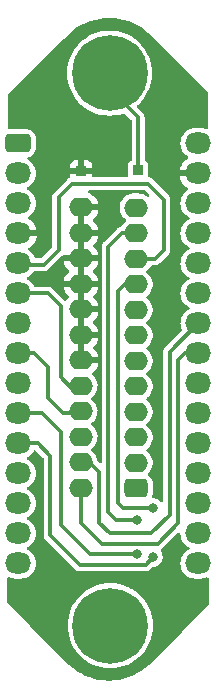
<source format=gbl>
G04 #@! TF.GenerationSoftware,KiCad,Pcbnew,6.0.1-79c1e3a40b~116~ubuntu20.04.1*
G04 #@! TF.CreationDate,2022-01-18T16:33:52+01:00*
G04 #@! TF.ProjectId,Nano_GPIB,4e616e6f-5f47-4504-9942-2e6b69636164,rev?*
G04 #@! TF.SameCoordinates,Original*
G04 #@! TF.FileFunction,Copper,L2,Bot*
G04 #@! TF.FilePolarity,Positive*
%FSLAX46Y46*%
G04 Gerber Fmt 4.6, Leading zero omitted, Abs format (unit mm)*
G04 Created by KiCad (PCBNEW 6.0.1-79c1e3a40b~116~ubuntu20.04.1) date 2022-01-18 16:33:52*
%MOMM*%
%LPD*%
G01*
G04 APERTURE LIST*
G04 Aperture macros list*
%AMRoundRect*
0 Rectangle with rounded corners*
0 $1 Rounding radius*
0 $2 $3 $4 $5 $6 $7 $8 $9 X,Y pos of 4 corners*
0 Add a 4 corners polygon primitive as box body*
4,1,4,$2,$3,$4,$5,$6,$7,$8,$9,$2,$3,0*
0 Add four circle primitives for the rounded corners*
1,1,$1+$1,$2,$3*
1,1,$1+$1,$4,$5*
1,1,$1+$1,$6,$7*
1,1,$1+$1,$8,$9*
0 Add four rect primitives between the rounded corners*
20,1,$1+$1,$2,$3,$4,$5,0*
20,1,$1+$1,$4,$5,$6,$7,0*
20,1,$1+$1,$6,$7,$8,$9,0*
20,1,$1+$1,$8,$9,$2,$3,0*%
G04 Aperture macros list end*
G04 #@! TA.AperFunction,ComponentPad*
%ADD10R,0.850000X0.850000*%
G04 #@! TD*
G04 #@! TA.AperFunction,ComponentPad*
%ADD11RoundRect,0.400000X-0.700000X-0.400000X0.700000X-0.400000X0.700000X0.400000X-0.700000X0.400000X0*%
G04 #@! TD*
G04 #@! TA.AperFunction,ComponentPad*
%ADD12O,2.200000X1.800000*%
G04 #@! TD*
G04 #@! TA.AperFunction,ComponentPad*
%ADD13C,6.400000*%
G04 #@! TD*
G04 #@! TA.AperFunction,ComponentPad*
%ADD14C,0.800000*%
G04 #@! TD*
G04 #@! TA.AperFunction,ComponentPad*
%ADD15RoundRect,0.400000X0.600000X-0.400000X0.600000X0.400000X-0.600000X0.400000X-0.600000X-0.400000X0*%
G04 #@! TD*
G04 #@! TA.AperFunction,ComponentPad*
%ADD16O,2.000000X1.600000*%
G04 #@! TD*
G04 #@! TA.AperFunction,ViaPad*
%ADD17C,0.800000*%
G04 #@! TD*
G04 #@! TA.AperFunction,Conductor*
%ADD18C,0.300000*%
G04 #@! TD*
G04 APERTURE END LIST*
D10*
X101773739Y-87248447D03*
D11*
X96433300Y-84899000D03*
D12*
X96433300Y-87439000D03*
X96433300Y-89979000D03*
X96433300Y-92519000D03*
X96433300Y-95059000D03*
X96433300Y-97599000D03*
X96433300Y-100139000D03*
X96433300Y-102679000D03*
X96433300Y-105219000D03*
X96433300Y-107759000D03*
X96433300Y-110299000D03*
X96433300Y-112839000D03*
X96433300Y-115379000D03*
X96433300Y-117919000D03*
X96433300Y-120459000D03*
X111673300Y-120459000D03*
X111673300Y-117919000D03*
X111673300Y-115379000D03*
X111673300Y-112839000D03*
X111673300Y-110299000D03*
X111673300Y-107759000D03*
X111673300Y-105219000D03*
X111673300Y-102679000D03*
X111673300Y-100139000D03*
X111673300Y-97599000D03*
X111673300Y-95059000D03*
X111673300Y-92519000D03*
X111673300Y-89979000D03*
X111673300Y-87439000D03*
X111673300Y-84899000D03*
D13*
X104175300Y-78961000D03*
D14*
X104175300Y-81361000D03*
X102478244Y-77263944D03*
X106575300Y-78961000D03*
X105872356Y-80658056D03*
X104175300Y-76561000D03*
X105872356Y-77263944D03*
X101775300Y-78961000D03*
X102478244Y-80658056D03*
X101825300Y-125741000D03*
X102528244Y-127438056D03*
X102528244Y-124043944D03*
X106625300Y-125741000D03*
X105922356Y-124043944D03*
X104225300Y-123341000D03*
X105922356Y-127438056D03*
X104225300Y-128141000D03*
D13*
X104225300Y-125741000D03*
D15*
X106430000Y-114099000D03*
D16*
X106430000Y-111940000D03*
X106430000Y-109781000D03*
X106430000Y-107622000D03*
X106430000Y-105463000D03*
X106430000Y-103304000D03*
X106430000Y-101145000D03*
X106430000Y-98986000D03*
X106430000Y-96827000D03*
X106430000Y-94668000D03*
X106430000Y-92509000D03*
X106430000Y-90350000D03*
X101750000Y-114074500D03*
X101750000Y-111915500D03*
X101750000Y-109756500D03*
X101750000Y-107597500D03*
X101750000Y-105438500D03*
X101750000Y-103279500D03*
X101750000Y-101120500D03*
X101750000Y-98961500D03*
X101750000Y-96802500D03*
X101750000Y-94643500D03*
X101750000Y-92484500D03*
X101750000Y-90325500D03*
D10*
X106583739Y-87188447D03*
D17*
X108270000Y-114550000D03*
X97345300Y-80271000D03*
X96505300Y-122331000D03*
X111805300Y-83171000D03*
X111775300Y-122471000D03*
X110825300Y-80411000D03*
X96515300Y-83111000D03*
X97385300Y-124561000D03*
X110865300Y-124531000D03*
X106466300Y-119697000D03*
X106466300Y-116776000D03*
X107863300Y-119951000D03*
X107863300Y-115760000D03*
D18*
X101780000Y-103428300D02*
X101767300Y-103441000D01*
X101780000Y-92531700D02*
X101780000Y-103428300D01*
X99862300Y-89471000D02*
X99862300Y-93916000D01*
X107417300Y-88328000D02*
X101005300Y-88328000D01*
X107990600Y-94690700D02*
X108755300Y-93926000D01*
X101005300Y-88328000D02*
X99862300Y-89471000D01*
X99862300Y-93916000D02*
X98592300Y-95186000D01*
X106580600Y-94690700D02*
X107990600Y-94690700D01*
X108755300Y-93926000D02*
X108755300Y-89666000D01*
X108755300Y-89666000D02*
X107417300Y-88328000D01*
X98592300Y-95186000D02*
X96433300Y-95186000D01*
X100929300Y-105600000D02*
X101767300Y-105600000D01*
X98973300Y-97599000D02*
X100055300Y-98681000D01*
X100055300Y-104726000D02*
X100929300Y-105600000D01*
X100055300Y-98681000D02*
X100055300Y-104726000D01*
X96433300Y-97599000D02*
X98973300Y-97599000D01*
X100228300Y-107759000D02*
X101640300Y-107759000D01*
X98935300Y-106466000D02*
X100228300Y-107759000D01*
X98935300Y-103826000D02*
X98935300Y-106466000D01*
X96433300Y-102679000D02*
X97788300Y-102679000D01*
X97788300Y-102679000D02*
X98935300Y-103826000D01*
X104073739Y-93641561D02*
X105196300Y-92519000D01*
X98448300Y-107759000D02*
X96433300Y-107759000D01*
X100030000Y-109340700D02*
X98448300Y-107759000D01*
X106466300Y-116776000D02*
X104688300Y-116776000D01*
X100030000Y-117200700D02*
X100030000Y-109340700D01*
X104073739Y-116161439D02*
X104073739Y-93641561D01*
X105196300Y-92519000D02*
X106466300Y-92519000D01*
X104688300Y-116776000D02*
X104073739Y-116161439D01*
X106466300Y-119697000D02*
X102526300Y-119697000D01*
X102526300Y-119697000D02*
X100030000Y-117200700D01*
X104885300Y-115322000D02*
X104885300Y-97402000D01*
X99145300Y-111336000D02*
X98108300Y-110299000D01*
X107228300Y-120586000D02*
X101640300Y-120586000D01*
X105450300Y-96837000D02*
X106466300Y-96837000D01*
X107863300Y-115760000D02*
X105323300Y-115760000D01*
X104885300Y-97402000D02*
X105450300Y-96837000D01*
X98108300Y-110299000D02*
X96433300Y-110299000D01*
X107863300Y-119951000D02*
X107228300Y-120586000D01*
X99145300Y-118091000D02*
X99145300Y-111336000D01*
X105323300Y-115760000D02*
X104885300Y-115322000D01*
X101640300Y-120586000D02*
X99145300Y-118091000D01*
X106583739Y-82709469D02*
X104175300Y-80301030D01*
X106583739Y-87188447D02*
X106583739Y-82709469D01*
X101780000Y-117042700D02*
X103545300Y-118808000D01*
X110530300Y-102679000D02*
X111673300Y-102679000D01*
X108244300Y-118808000D02*
X109973739Y-117078561D01*
X103545300Y-118808000D02*
X108244300Y-118808000D01*
X109973739Y-117078561D02*
X109973739Y-103235561D01*
X101780000Y-114223300D02*
X101780000Y-117042700D01*
X109973739Y-103235561D02*
X110530300Y-102679000D01*
X102643600Y-112064300D02*
X103293739Y-112714439D01*
X103293739Y-112714439D02*
X103293739Y-117032439D01*
X104180300Y-117919000D02*
X107693186Y-117919000D01*
X109255300Y-102557000D02*
X111673300Y-100139000D01*
X103293739Y-117032439D02*
X104180300Y-117919000D01*
X107693186Y-117919000D02*
X109255300Y-116356886D01*
X101780000Y-112064300D02*
X102643600Y-112064300D01*
X109255300Y-116356886D02*
X109255300Y-102557000D01*
G04 #@! TA.AperFunction,Conductor*
G36*
X97946790Y-110917254D02*
G01*
X97957819Y-110927044D01*
X98558481Y-111527706D01*
X98591966Y-111589029D01*
X98594800Y-111615387D01*
X98594800Y-118076043D01*
X98594691Y-118081235D01*
X98592090Y-118143294D01*
X98594021Y-118151525D01*
X98594021Y-118151529D01*
X98602047Y-118185747D01*
X98604176Y-118197232D01*
X98610094Y-118240432D01*
X98613451Y-118248189D01*
X98616134Y-118254389D01*
X98623058Y-118275325D01*
X98626532Y-118290136D01*
X98630605Y-118297544D01*
X98647538Y-118328346D01*
X98652676Y-118338835D01*
X98666637Y-118371097D01*
X98666640Y-118371102D01*
X98669995Y-118378855D01*
X98675312Y-118385421D01*
X98675313Y-118385423D01*
X98679567Y-118390676D01*
X98691857Y-118408965D01*
X98699193Y-118422308D01*
X98706197Y-118430422D01*
X98730809Y-118455034D01*
X98739494Y-118464679D01*
X98764914Y-118496070D01*
X98780384Y-118507064D01*
X98796234Y-118520459D01*
X101240442Y-120964666D01*
X101244037Y-120968414D01*
X101286099Y-121014156D01*
X101293283Y-121018610D01*
X101323162Y-121037136D01*
X101332790Y-121043753D01*
X101360784Y-121065002D01*
X101360787Y-121065004D01*
X101367517Y-121070112D01*
X101375375Y-121073223D01*
X101375380Y-121073226D01*
X101381655Y-121075710D01*
X101401356Y-121085618D01*
X101414286Y-121093635D01*
X101438587Y-121100695D01*
X101456158Y-121105800D01*
X101467209Y-121109584D01*
X101499892Y-121122524D01*
X101499895Y-121122525D01*
X101507753Y-121125636D01*
X101522882Y-121127226D01*
X101544517Y-121131471D01*
X101559125Y-121135715D01*
X101566624Y-121136266D01*
X101567540Y-121136333D01*
X101567542Y-121136333D01*
X101569815Y-121136500D01*
X101604622Y-121136500D01*
X101617583Y-121137179D01*
X101649348Y-121140518D01*
X101649351Y-121140518D01*
X101657754Y-121141401D01*
X101666084Y-121139992D01*
X101666087Y-121139992D01*
X101676467Y-121138236D01*
X101697146Y-121136500D01*
X107213343Y-121136500D01*
X107218536Y-121136609D01*
X107272146Y-121138856D01*
X107272147Y-121138856D01*
X107280594Y-121139210D01*
X107288825Y-121137279D01*
X107288829Y-121137279D01*
X107323047Y-121129253D01*
X107334532Y-121127124D01*
X107352388Y-121124678D01*
X107369360Y-121122353D01*
X107369361Y-121122353D01*
X107377732Y-121121206D01*
X107391690Y-121115166D01*
X107412625Y-121108242D01*
X107419203Y-121106699D01*
X107427436Y-121104768D01*
X107465648Y-121083761D01*
X107476135Y-121078624D01*
X107508397Y-121064663D01*
X107508402Y-121064660D01*
X107516155Y-121061305D01*
X107522721Y-121055988D01*
X107522723Y-121055987D01*
X107527976Y-121051733D01*
X107546265Y-121039443D01*
X107559608Y-121032107D01*
X107567722Y-121025103D01*
X107592334Y-121000491D01*
X107601979Y-120991806D01*
X107633370Y-120966386D01*
X107644364Y-120950916D01*
X107657759Y-120935066D01*
X107803696Y-120789129D01*
X107865019Y-120755644D01*
X107880133Y-120753321D01*
X108025281Y-120740112D01*
X108196082Y-120684615D01*
X108350344Y-120592657D01*
X108480399Y-120468807D01*
X108579783Y-120319222D01*
X108643557Y-120151336D01*
X108668551Y-119973493D01*
X108668865Y-119951000D01*
X108648846Y-119772528D01*
X108589785Y-119602927D01*
X108495099Y-119451398D01*
X108476267Y-119384114D01*
X108496801Y-119317330D01*
X108532171Y-119283324D01*
X108532155Y-119283305D01*
X108532380Y-119283123D01*
X108532381Y-119283122D01*
X108543976Y-119273733D01*
X108562265Y-119261443D01*
X108575608Y-119254107D01*
X108583722Y-119247103D01*
X108608334Y-119222491D01*
X108617979Y-119213806D01*
X108649370Y-119188386D01*
X108660364Y-119172916D01*
X108673759Y-119157066D01*
X109310366Y-118520459D01*
X109959203Y-117871621D01*
X110020526Y-117838136D01*
X110090218Y-117843120D01*
X110146151Y-117884992D01*
X110170412Y-117948494D01*
X110187665Y-118145692D01*
X110246561Y-118365496D01*
X110248848Y-118370400D01*
X110248850Y-118370406D01*
X110318822Y-118520459D01*
X110342732Y-118571734D01*
X110345839Y-118576171D01*
X110345840Y-118576173D01*
X110470147Y-118753704D01*
X110470151Y-118753708D01*
X110473253Y-118758139D01*
X110634161Y-118919047D01*
X110638592Y-118922149D01*
X110638596Y-118922153D01*
X110744265Y-118996142D01*
X110820566Y-119049568D01*
X110855449Y-119065834D01*
X110878575Y-119076618D01*
X110931014Y-119122790D01*
X110950166Y-119189984D01*
X110929950Y-119256865D01*
X110878576Y-119301382D01*
X110820566Y-119328432D01*
X110816129Y-119331539D01*
X110816127Y-119331540D01*
X110638596Y-119455847D01*
X110638592Y-119455851D01*
X110634161Y-119458953D01*
X110473253Y-119619861D01*
X110470151Y-119624292D01*
X110470147Y-119624296D01*
X110370939Y-119765982D01*
X110342732Y-119806266D01*
X110340442Y-119811177D01*
X110248850Y-120007594D01*
X110248848Y-120007600D01*
X110246561Y-120012504D01*
X110187665Y-120232308D01*
X110187194Y-120237693D01*
X110187193Y-120237698D01*
X110168304Y-120453605D01*
X110167832Y-120459000D01*
X110187665Y-120685692D01*
X110246561Y-120905496D01*
X110248848Y-120910400D01*
X110248850Y-120910406D01*
X110319216Y-121061305D01*
X110342732Y-121111734D01*
X110345839Y-121116171D01*
X110345840Y-121116173D01*
X110470147Y-121293704D01*
X110470151Y-121293708D01*
X110473253Y-121298139D01*
X110634161Y-121459047D01*
X110638592Y-121462149D01*
X110638596Y-121462153D01*
X110816127Y-121586460D01*
X110820566Y-121589568D01*
X110825477Y-121591858D01*
X111021894Y-121683450D01*
X111021900Y-121683452D01*
X111026804Y-121685739D01*
X111246608Y-121744635D01*
X111251993Y-121745106D01*
X111251998Y-121745107D01*
X111413815Y-121759264D01*
X111413822Y-121759264D01*
X111416516Y-121759500D01*
X111930084Y-121759500D01*
X111932778Y-121759264D01*
X111932785Y-121759264D01*
X112094602Y-121745107D01*
X112094607Y-121745106D01*
X112099992Y-121744635D01*
X112319796Y-121685739D01*
X112366009Y-121664190D01*
X112395212Y-121650572D01*
X112464290Y-121640080D01*
X112528074Y-121668600D01*
X112566313Y-121727076D01*
X112571617Y-121762871D01*
X112572188Y-122617123D01*
X112573063Y-123927629D01*
X112553424Y-123994680D01*
X112536639Y-124015497D01*
X110286082Y-126260500D01*
X107505240Y-129034477D01*
X107487082Y-129049437D01*
X107475972Y-129056942D01*
X107468069Y-129067072D01*
X107451078Y-129084879D01*
X107170327Y-129325921D01*
X107162202Y-129332327D01*
X106836305Y-129567942D01*
X106827677Y-129573647D01*
X106702784Y-129648940D01*
X106483279Y-129781269D01*
X106474203Y-129786237D01*
X106113677Y-129964433D01*
X106104219Y-129968626D01*
X105730110Y-130116139D01*
X105720345Y-130119526D01*
X105335220Y-130235343D01*
X105325196Y-130237906D01*
X104931781Y-130321208D01*
X104921579Y-130322927D01*
X104610396Y-130362091D01*
X104522582Y-130373143D01*
X104512278Y-130374006D01*
X104110473Y-130390783D01*
X104100127Y-130390783D01*
X103698322Y-130374006D01*
X103688018Y-130373143D01*
X103600204Y-130362091D01*
X103289021Y-130322927D01*
X103278819Y-130321208D01*
X102885404Y-130237906D01*
X102875380Y-130235343D01*
X102490255Y-130119526D01*
X102480490Y-130116139D01*
X102106381Y-129968626D01*
X102096923Y-129964433D01*
X101736397Y-129786237D01*
X101727321Y-129781269D01*
X101507816Y-129648940D01*
X101382923Y-129573647D01*
X101374295Y-129567942D01*
X101048398Y-129332327D01*
X101040273Y-129325921D01*
X100759522Y-129084879D01*
X100742531Y-129067072D01*
X100734628Y-129056942D01*
X100726545Y-129051482D01*
X100726543Y-129051480D01*
X100725065Y-129050482D01*
X100723998Y-129049761D01*
X100705648Y-129034610D01*
X97418212Y-125741000D01*
X100619859Y-125741000D01*
X100639610Y-126117871D01*
X100698647Y-126490613D01*
X100796322Y-126855143D01*
X100797480Y-126858159D01*
X100797482Y-126858166D01*
X100930402Y-127204434D01*
X100930406Y-127204442D01*
X100931566Y-127207465D01*
X101102897Y-127543720D01*
X101104663Y-127546440D01*
X101104668Y-127546448D01*
X101306665Y-127857497D01*
X101308437Y-127860225D01*
X101310478Y-127862745D01*
X101310482Y-127862751D01*
X101543895Y-128150992D01*
X101545935Y-128153511D01*
X101812789Y-128420365D01*
X101815306Y-128422403D01*
X101815308Y-128422405D01*
X102103549Y-128655818D01*
X102103555Y-128655822D01*
X102106075Y-128657863D01*
X102108798Y-128659631D01*
X102108803Y-128659635D01*
X102377143Y-128833897D01*
X102422579Y-128863403D01*
X102758835Y-129034734D01*
X102761858Y-129035894D01*
X102761866Y-129035898D01*
X103108134Y-129168818D01*
X103108141Y-129168820D01*
X103111157Y-129169978D01*
X103475687Y-129267653D01*
X103848429Y-129326690D01*
X103851661Y-129326859D01*
X103851667Y-129326860D01*
X104222056Y-129346271D01*
X104225300Y-129346441D01*
X104228544Y-129346271D01*
X104598933Y-129326860D01*
X104598939Y-129326859D01*
X104602171Y-129326690D01*
X104974913Y-129267653D01*
X105339443Y-129169978D01*
X105342459Y-129168820D01*
X105342466Y-129168818D01*
X105688734Y-129035898D01*
X105688742Y-129035894D01*
X105691765Y-129034734D01*
X106028021Y-128863403D01*
X106073457Y-128833897D01*
X106341797Y-128659635D01*
X106341802Y-128659631D01*
X106344525Y-128657863D01*
X106347045Y-128655822D01*
X106347051Y-128655818D01*
X106635292Y-128422405D01*
X106635294Y-128422403D01*
X106637811Y-128420365D01*
X106904665Y-128153511D01*
X106906705Y-128150992D01*
X107140118Y-127862751D01*
X107140122Y-127862745D01*
X107142163Y-127860225D01*
X107143935Y-127857497D01*
X107345932Y-127546448D01*
X107345937Y-127546440D01*
X107347703Y-127543720D01*
X107519034Y-127207465D01*
X107520194Y-127204442D01*
X107520198Y-127204434D01*
X107653118Y-126858166D01*
X107653120Y-126858159D01*
X107654278Y-126855143D01*
X107751953Y-126490613D01*
X107810990Y-126117871D01*
X107830741Y-125741000D01*
X107810990Y-125364129D01*
X107751953Y-124991387D01*
X107654278Y-124626857D01*
X107653118Y-124623834D01*
X107520198Y-124277566D01*
X107520194Y-124277558D01*
X107519034Y-124274535D01*
X107347703Y-123938280D01*
X107345937Y-123935560D01*
X107345932Y-123935552D01*
X107143935Y-123624503D01*
X107143931Y-123624498D01*
X107142163Y-123621775D01*
X107140122Y-123619255D01*
X107140118Y-123619249D01*
X106906705Y-123331008D01*
X106906703Y-123331006D01*
X106904665Y-123328489D01*
X106637811Y-123061635D01*
X106635292Y-123059595D01*
X106347051Y-122826182D01*
X106347045Y-122826178D01*
X106344525Y-122824137D01*
X106341802Y-122822369D01*
X106341797Y-122822365D01*
X106030748Y-122620368D01*
X106028021Y-122618597D01*
X105691765Y-122447266D01*
X105688742Y-122446106D01*
X105688734Y-122446102D01*
X105342466Y-122313182D01*
X105342459Y-122313180D01*
X105339443Y-122312022D01*
X104974913Y-122214347D01*
X104602171Y-122155310D01*
X104598939Y-122155141D01*
X104598933Y-122155140D01*
X104228544Y-122135729D01*
X104225300Y-122135559D01*
X104222056Y-122135729D01*
X103851667Y-122155140D01*
X103851661Y-122155141D01*
X103848429Y-122155310D01*
X103475687Y-122214347D01*
X103111157Y-122312022D01*
X103108141Y-122313180D01*
X103108134Y-122313182D01*
X102761866Y-122446102D01*
X102761858Y-122446106D01*
X102758835Y-122447266D01*
X102422580Y-122618597D01*
X102419860Y-122620363D01*
X102419852Y-122620368D01*
X102108803Y-122822365D01*
X102108798Y-122822369D01*
X102106075Y-122824137D01*
X102103555Y-122826178D01*
X102103549Y-122826182D01*
X101815308Y-123059595D01*
X101812789Y-123061635D01*
X101545935Y-123328489D01*
X101543897Y-123331006D01*
X101543895Y-123331008D01*
X101310482Y-123619249D01*
X101310478Y-123619255D01*
X101308437Y-123621775D01*
X101306669Y-123624498D01*
X101306665Y-123624503D01*
X101104668Y-123935552D01*
X101104663Y-123935560D01*
X101102897Y-123938280D01*
X100931566Y-124274535D01*
X100930406Y-124277558D01*
X100930402Y-124277566D01*
X100797482Y-124623834D01*
X100796322Y-124626857D01*
X100698647Y-124991387D01*
X100639610Y-125364129D01*
X100619859Y-125741000D01*
X97418212Y-125741000D01*
X95541956Y-123861221D01*
X95508529Y-123799868D01*
X95505720Y-123773437D01*
X95506794Y-123059595D01*
X95508764Y-121750540D01*
X95528550Y-121683532D01*
X95581422Y-121637856D01*
X95650596Y-121628017D01*
X95685169Y-121638346D01*
X95737825Y-121662899D01*
X95786804Y-121685739D01*
X96006608Y-121744635D01*
X96011993Y-121745106D01*
X96011998Y-121745107D01*
X96173815Y-121759264D01*
X96173822Y-121759264D01*
X96176516Y-121759500D01*
X96690084Y-121759500D01*
X96692778Y-121759264D01*
X96692785Y-121759264D01*
X96854602Y-121745107D01*
X96854607Y-121745106D01*
X96859992Y-121744635D01*
X97079796Y-121685739D01*
X97084700Y-121683452D01*
X97084706Y-121683450D01*
X97281123Y-121591858D01*
X97286034Y-121589568D01*
X97290473Y-121586460D01*
X97468004Y-121462153D01*
X97468008Y-121462149D01*
X97472439Y-121459047D01*
X97633347Y-121298139D01*
X97636449Y-121293708D01*
X97636453Y-121293704D01*
X97760760Y-121116173D01*
X97760761Y-121116171D01*
X97763868Y-121111734D01*
X97787384Y-121061305D01*
X97857750Y-120910406D01*
X97857752Y-120910400D01*
X97860039Y-120905496D01*
X97918935Y-120685692D01*
X97938768Y-120459000D01*
X97938296Y-120453605D01*
X97919407Y-120237698D01*
X97919406Y-120237693D01*
X97918935Y-120232308D01*
X97860039Y-120012504D01*
X97857752Y-120007600D01*
X97857750Y-120007594D01*
X97766158Y-119811177D01*
X97763868Y-119806266D01*
X97735661Y-119765982D01*
X97636453Y-119624296D01*
X97636449Y-119624292D01*
X97633347Y-119619861D01*
X97472439Y-119458953D01*
X97468008Y-119455851D01*
X97468004Y-119455847D01*
X97290473Y-119331540D01*
X97290471Y-119331539D01*
X97286034Y-119328432D01*
X97228024Y-119301382D01*
X97175586Y-119255210D01*
X97156434Y-119188016D01*
X97176650Y-119121135D01*
X97228025Y-119076618D01*
X97251152Y-119065834D01*
X97286034Y-119049568D01*
X97362335Y-118996142D01*
X97468004Y-118922153D01*
X97468008Y-118922149D01*
X97472439Y-118919047D01*
X97633347Y-118758139D01*
X97636449Y-118753708D01*
X97636453Y-118753704D01*
X97760760Y-118576173D01*
X97760761Y-118576171D01*
X97763868Y-118571734D01*
X97787778Y-118520459D01*
X97857750Y-118370406D01*
X97857752Y-118370400D01*
X97860039Y-118365496D01*
X97918935Y-118145692D01*
X97919406Y-118140307D01*
X97919407Y-118140302D01*
X97938296Y-117924395D01*
X97938768Y-117919000D01*
X97918935Y-117692308D01*
X97860039Y-117472504D01*
X97857752Y-117467600D01*
X97857750Y-117467594D01*
X97766158Y-117271177D01*
X97763868Y-117266266D01*
X97746762Y-117241836D01*
X97636453Y-117084296D01*
X97636449Y-117084292D01*
X97633347Y-117079861D01*
X97472439Y-116918953D01*
X97468008Y-116915851D01*
X97468004Y-116915847D01*
X97290473Y-116791540D01*
X97290471Y-116791539D01*
X97286034Y-116788432D01*
X97228024Y-116761382D01*
X97175586Y-116715210D01*
X97156434Y-116648016D01*
X97176650Y-116581135D01*
X97228025Y-116536618D01*
X97281123Y-116511858D01*
X97286034Y-116509568D01*
X97290473Y-116506460D01*
X97468004Y-116382153D01*
X97468008Y-116382149D01*
X97472439Y-116379047D01*
X97633347Y-116218139D01*
X97636449Y-116213708D01*
X97636453Y-116213704D01*
X97760760Y-116036173D01*
X97760761Y-116036171D01*
X97763868Y-116031734D01*
X97853526Y-115839464D01*
X97857750Y-115830406D01*
X97857752Y-115830400D01*
X97860039Y-115825496D01*
X97918935Y-115605692D01*
X97938768Y-115379000D01*
X97933908Y-115323451D01*
X97919407Y-115157698D01*
X97919406Y-115157693D01*
X97918935Y-115152308D01*
X97860039Y-114932504D01*
X97857752Y-114927600D01*
X97857750Y-114927594D01*
X97766158Y-114731177D01*
X97763868Y-114726266D01*
X97760760Y-114721827D01*
X97636453Y-114544296D01*
X97636449Y-114544292D01*
X97633347Y-114539861D01*
X97472439Y-114378953D01*
X97468008Y-114375851D01*
X97468004Y-114375847D01*
X97290473Y-114251540D01*
X97290471Y-114251539D01*
X97286034Y-114248432D01*
X97228024Y-114221382D01*
X97175586Y-114175210D01*
X97156434Y-114108016D01*
X97176650Y-114041135D01*
X97228025Y-113996618D01*
X97281123Y-113971858D01*
X97286034Y-113969568D01*
X97387238Y-113898705D01*
X97468004Y-113842153D01*
X97468008Y-113842149D01*
X97472439Y-113839047D01*
X97633347Y-113678139D01*
X97636449Y-113673708D01*
X97636453Y-113673704D01*
X97760760Y-113496173D01*
X97760761Y-113496171D01*
X97763868Y-113491734D01*
X97794903Y-113425180D01*
X97857750Y-113290406D01*
X97857752Y-113290400D01*
X97860039Y-113285496D01*
X97918935Y-113065692D01*
X97920070Y-113052725D01*
X97938296Y-112844395D01*
X97938768Y-112839000D01*
X97918935Y-112612308D01*
X97860039Y-112392504D01*
X97857752Y-112387600D01*
X97857750Y-112387594D01*
X97766158Y-112191177D01*
X97763868Y-112186266D01*
X97749268Y-112165415D01*
X97636453Y-112004296D01*
X97636449Y-112004292D01*
X97633347Y-111999861D01*
X97472439Y-111838953D01*
X97468008Y-111835851D01*
X97468004Y-111835847D01*
X97290473Y-111711540D01*
X97290471Y-111711539D01*
X97286034Y-111708432D01*
X97228024Y-111681382D01*
X97175586Y-111635210D01*
X97156434Y-111568016D01*
X97176650Y-111501135D01*
X97228025Y-111456618D01*
X97281123Y-111431858D01*
X97286034Y-111429568D01*
X97387238Y-111358705D01*
X97468004Y-111302153D01*
X97468008Y-111302149D01*
X97472439Y-111299047D01*
X97633347Y-111138139D01*
X97636449Y-111133708D01*
X97636453Y-111133704D01*
X97760763Y-110956169D01*
X97760765Y-110956166D01*
X97763868Y-110951734D01*
X97763930Y-110951601D01*
X97813318Y-110904509D01*
X97881925Y-110891286D01*
X97946790Y-110917254D01*
G37*
G04 #@! TD.AperFunction*
G04 #@! TA.AperFunction,Conductor*
G36*
X104555204Y-74289935D02*
G01*
X104565508Y-74290798D01*
X104653322Y-74301850D01*
X104964505Y-74341014D01*
X104974707Y-74342733D01*
X105368122Y-74426035D01*
X105378146Y-74428598D01*
X105763271Y-74544415D01*
X105773036Y-74547802D01*
X106075360Y-74667010D01*
X106147145Y-74695315D01*
X106156603Y-74699508D01*
X106517129Y-74877704D01*
X106526205Y-74882672D01*
X106870601Y-75090292D01*
X106879231Y-75095999D01*
X107205128Y-75331614D01*
X107213247Y-75338015D01*
X107440566Y-75533182D01*
X107494004Y-75579062D01*
X107510993Y-75596867D01*
X107518898Y-75606999D01*
X107526985Y-75612462D01*
X107530132Y-75614588D01*
X107548239Y-75629497D01*
X112507681Y-80570937D01*
X112541277Y-80632200D01*
X112544159Y-80658695D01*
X112546113Y-83583070D01*
X112526473Y-83650123D01*
X112473700Y-83695913D01*
X112404548Y-83705903D01*
X112369709Y-83695535D01*
X112324711Y-83674552D01*
X112324702Y-83674549D01*
X112319796Y-83672261D01*
X112099992Y-83613365D01*
X112094607Y-83612894D01*
X112094602Y-83612893D01*
X111932785Y-83598736D01*
X111932778Y-83598736D01*
X111930084Y-83598500D01*
X111416516Y-83598500D01*
X111413822Y-83598736D01*
X111413815Y-83598736D01*
X111251998Y-83612893D01*
X111251993Y-83612894D01*
X111246608Y-83613365D01*
X111026804Y-83672261D01*
X111021900Y-83674548D01*
X111021894Y-83674550D01*
X110841539Y-83758652D01*
X110820566Y-83768432D01*
X110816129Y-83771539D01*
X110816127Y-83771540D01*
X110638596Y-83895847D01*
X110638592Y-83895851D01*
X110634161Y-83898953D01*
X110473253Y-84059861D01*
X110470151Y-84064292D01*
X110470147Y-84064296D01*
X110461966Y-84075980D01*
X110342732Y-84246266D01*
X110340442Y-84251177D01*
X110248850Y-84447594D01*
X110248848Y-84447600D01*
X110246561Y-84452504D01*
X110187665Y-84672308D01*
X110167832Y-84899000D01*
X110187665Y-85125692D01*
X110246561Y-85345496D01*
X110248848Y-85350400D01*
X110248850Y-85350406D01*
X110270440Y-85396705D01*
X110342732Y-85551734D01*
X110345839Y-85556171D01*
X110345840Y-85556173D01*
X110470147Y-85733704D01*
X110470151Y-85733708D01*
X110473253Y-85738139D01*
X110634161Y-85899047D01*
X110638592Y-85902149D01*
X110638596Y-85902153D01*
X110789952Y-86008132D01*
X110833577Y-86062709D01*
X110840771Y-86132207D01*
X110809248Y-86194562D01*
X110788079Y-86212568D01*
X110597237Y-86341051D01*
X110589087Y-86347603D01*
X110424772Y-86504352D01*
X110417836Y-86512192D01*
X110282280Y-86694385D01*
X110276769Y-86703273D01*
X110173852Y-86905696D01*
X110169910Y-86915405D01*
X110102573Y-87132266D01*
X110100325Y-87142491D01*
X110096504Y-87171325D01*
X110098666Y-87185268D01*
X110111640Y-87189000D01*
X111799300Y-87189000D01*
X111866339Y-87208685D01*
X111912094Y-87261489D01*
X111923300Y-87313000D01*
X111923300Y-87565000D01*
X111903615Y-87632039D01*
X111850811Y-87677794D01*
X111799300Y-87689000D01*
X110113068Y-87689000D01*
X110099751Y-87692910D01*
X110098249Y-87703352D01*
X110126420Y-87837613D01*
X110129430Y-87847647D01*
X110212841Y-88058857D01*
X110217492Y-88068228D01*
X110335299Y-88262366D01*
X110341466Y-88270823D01*
X110490297Y-88442337D01*
X110497802Y-88449634D01*
X110673405Y-88593620D01*
X110682026Y-88599545D01*
X110784202Y-88657707D01*
X110832725Y-88707979D01*
X110846367Y-88776504D01*
X110820796Y-88841526D01*
X110793982Y-88867046D01*
X110638596Y-88975847D01*
X110638592Y-88975851D01*
X110634161Y-88978953D01*
X110473253Y-89139861D01*
X110470151Y-89144292D01*
X110470147Y-89144296D01*
X110359747Y-89301966D01*
X110342732Y-89326266D01*
X110340442Y-89331177D01*
X110248850Y-89527594D01*
X110248848Y-89527600D01*
X110246561Y-89532504D01*
X110187665Y-89752308D01*
X110187194Y-89757693D01*
X110187193Y-89757698D01*
X110178444Y-89857705D01*
X110167832Y-89979000D01*
X110168304Y-89984395D01*
X110176275Y-90075500D01*
X110187665Y-90205692D01*
X110246561Y-90425496D01*
X110248848Y-90430400D01*
X110248850Y-90430406D01*
X110316509Y-90575500D01*
X110342732Y-90631734D01*
X110345839Y-90636171D01*
X110345840Y-90636173D01*
X110470147Y-90813704D01*
X110470151Y-90813708D01*
X110473253Y-90818139D01*
X110634161Y-90979047D01*
X110638592Y-90982149D01*
X110638596Y-90982153D01*
X110793982Y-91090954D01*
X110820566Y-91109568D01*
X110825477Y-91111858D01*
X110878575Y-91136618D01*
X110931014Y-91182790D01*
X110950166Y-91249984D01*
X110929950Y-91316865D01*
X110878576Y-91361382D01*
X110820566Y-91388432D01*
X110816129Y-91391539D01*
X110816127Y-91391540D01*
X110638596Y-91515847D01*
X110638592Y-91515851D01*
X110634161Y-91518953D01*
X110473253Y-91679861D01*
X110470151Y-91684292D01*
X110470147Y-91684296D01*
X110385468Y-91805232D01*
X110342732Y-91866266D01*
X110340442Y-91871177D01*
X110248850Y-92067594D01*
X110248848Y-92067600D01*
X110246561Y-92072504D01*
X110187665Y-92292308D01*
X110187194Y-92297693D01*
X110187193Y-92297698D01*
X110177473Y-92408801D01*
X110167832Y-92519000D01*
X110168304Y-92524395D01*
X110186979Y-92737847D01*
X110187665Y-92745692D01*
X110246561Y-92965496D01*
X110248848Y-92970400D01*
X110248850Y-92970406D01*
X110324241Y-93132080D01*
X110342732Y-93171734D01*
X110345839Y-93176171D01*
X110345840Y-93176173D01*
X110470147Y-93353704D01*
X110470151Y-93353708D01*
X110473253Y-93358139D01*
X110634161Y-93519047D01*
X110638592Y-93522149D01*
X110638596Y-93522153D01*
X110802064Y-93636613D01*
X110820566Y-93649568D01*
X110825477Y-93651858D01*
X110878575Y-93676618D01*
X110931014Y-93722790D01*
X110950166Y-93789984D01*
X110929950Y-93856865D01*
X110878576Y-93901382D01*
X110820566Y-93928432D01*
X110816129Y-93931539D01*
X110816127Y-93931540D01*
X110638596Y-94055847D01*
X110638592Y-94055851D01*
X110634161Y-94058953D01*
X110473253Y-94219861D01*
X110470151Y-94224292D01*
X110470147Y-94224296D01*
X110353850Y-94390388D01*
X110342732Y-94406266D01*
X110340442Y-94411177D01*
X110248850Y-94607594D01*
X110248848Y-94607600D01*
X110246561Y-94612504D01*
X110187665Y-94832308D01*
X110187194Y-94837693D01*
X110187193Y-94837698D01*
X110180751Y-94911330D01*
X110167832Y-95059000D01*
X110168304Y-95064395D01*
X110184791Y-95252839D01*
X110187665Y-95285692D01*
X110246561Y-95505496D01*
X110248848Y-95510400D01*
X110248850Y-95510406D01*
X110317153Y-95656881D01*
X110342732Y-95711734D01*
X110345839Y-95716171D01*
X110345840Y-95716173D01*
X110470147Y-95893704D01*
X110470151Y-95893708D01*
X110473253Y-95898139D01*
X110634161Y-96059047D01*
X110638592Y-96062149D01*
X110638596Y-96062153D01*
X110757754Y-96145587D01*
X110820566Y-96189568D01*
X110825477Y-96191858D01*
X110878575Y-96216618D01*
X110931014Y-96262790D01*
X110950166Y-96329984D01*
X110929950Y-96396865D01*
X110878576Y-96441382D01*
X110820566Y-96468432D01*
X110816129Y-96471539D01*
X110816127Y-96471540D01*
X110638596Y-96595847D01*
X110638592Y-96595851D01*
X110634161Y-96598953D01*
X110473253Y-96759861D01*
X110470151Y-96764292D01*
X110470147Y-96764296D01*
X110345840Y-96941827D01*
X110342732Y-96946266D01*
X110340442Y-96951177D01*
X110248850Y-97147594D01*
X110248848Y-97147600D01*
X110246561Y-97152504D01*
X110187665Y-97372308D01*
X110187194Y-97377693D01*
X110187193Y-97377698D01*
X110180861Y-97450080D01*
X110167832Y-97599000D01*
X110168304Y-97604395D01*
X110186807Y-97815881D01*
X110187665Y-97825692D01*
X110246561Y-98045496D01*
X110248848Y-98050400D01*
X110248850Y-98050406D01*
X110309204Y-98179834D01*
X110342732Y-98251734D01*
X110345839Y-98256171D01*
X110345840Y-98256173D01*
X110470147Y-98433704D01*
X110470151Y-98433708D01*
X110473253Y-98438139D01*
X110634161Y-98599047D01*
X110638592Y-98602149D01*
X110638596Y-98602153D01*
X110777158Y-98699174D01*
X110820566Y-98729568D01*
X110825477Y-98731858D01*
X110878575Y-98756618D01*
X110931014Y-98802790D01*
X110950166Y-98869984D01*
X110929950Y-98936865D01*
X110878576Y-98981382D01*
X110820566Y-99008432D01*
X110816129Y-99011539D01*
X110816127Y-99011540D01*
X110638596Y-99135847D01*
X110638592Y-99135851D01*
X110634161Y-99138953D01*
X110473253Y-99299861D01*
X110470151Y-99304292D01*
X110470147Y-99304296D01*
X110394218Y-99412735D01*
X110342732Y-99486266D01*
X110340442Y-99491177D01*
X110248850Y-99687594D01*
X110248848Y-99687600D01*
X110246561Y-99692504D01*
X110187665Y-99912308D01*
X110187194Y-99917693D01*
X110187193Y-99917698D01*
X110180243Y-99997137D01*
X110167832Y-100139000D01*
X110168304Y-100144395D01*
X110179707Y-100274729D01*
X110187665Y-100365692D01*
X110246561Y-100585496D01*
X110274017Y-100644376D01*
X110284509Y-100713451D01*
X110255990Y-100777235D01*
X110249316Y-100784460D01*
X108876634Y-102157142D01*
X108872886Y-102160737D01*
X108833365Y-102197078D01*
X108833363Y-102197080D01*
X108827144Y-102202799D01*
X108822690Y-102209983D01*
X108804164Y-102239862D01*
X108797547Y-102249490D01*
X108776298Y-102277484D01*
X108776296Y-102277487D01*
X108771188Y-102284217D01*
X108768077Y-102292075D01*
X108768074Y-102292080D01*
X108765590Y-102298355D01*
X108755682Y-102318056D01*
X108747665Y-102330986D01*
X108745307Y-102339103D01*
X108735500Y-102372858D01*
X108731716Y-102383909D01*
X108718776Y-102416592D01*
X108715664Y-102424453D01*
X108714781Y-102432857D01*
X108714074Y-102439581D01*
X108709829Y-102461216D01*
X108705585Y-102475825D01*
X108704800Y-102486515D01*
X108704800Y-102521322D01*
X108704121Y-102534282D01*
X108699899Y-102574454D01*
X108701308Y-102582784D01*
X108701308Y-102582787D01*
X108703064Y-102593167D01*
X108704800Y-102613846D01*
X108704800Y-115170434D01*
X108685115Y-115237473D01*
X108632311Y-115283228D01*
X108563153Y-115293172D01*
X108499597Y-115264147D01*
X108492814Y-115257809D01*
X108372958Y-115137114D01*
X108372952Y-115137109D01*
X108368070Y-115132193D01*
X108216436Y-115035963D01*
X108192984Y-115027612D01*
X108053779Y-114978043D01*
X108053775Y-114978042D01*
X108047251Y-114975719D01*
X107880883Y-114955881D01*
X107816646Y-114928397D01*
X107777465Y-114870547D01*
X107775780Y-114800698D01*
X107783927Y-114778781D01*
X107789827Y-114766577D01*
X107798000Y-114731177D01*
X107829045Y-114596705D01*
X107829045Y-114596704D01*
X107830226Y-114591589D01*
X107830500Y-114586837D01*
X107830499Y-113611164D01*
X107830226Y-113606411D01*
X107789827Y-113431423D01*
X107711664Y-113269734D01*
X107599620Y-113129380D01*
X107459266Y-113017336D01*
X107460048Y-113016356D01*
X107418554Y-112969347D01*
X107407976Y-112900282D01*
X107439813Y-112832635D01*
X107586501Y-112673949D01*
X107704236Y-112487350D01*
X107785994Y-112282421D01*
X107829038Y-112066024D01*
X107829847Y-112004296D01*
X107831852Y-111851095D01*
X107831852Y-111851090D01*
X107831926Y-111845406D01*
X107830817Y-111838953D01*
X107795525Y-111633560D01*
X107795524Y-111633557D01*
X107794562Y-111627957D01*
X107718196Y-111420957D01*
X107605386Y-111231341D01*
X107459910Y-111065457D01*
X107455451Y-111061942D01*
X107455447Y-111061938D01*
X107322466Y-110957105D01*
X107282006Y-110900143D01*
X107278764Y-110830349D01*
X107313771Y-110769881D01*
X107325042Y-110760371D01*
X107393016Y-110709612D01*
X107436733Y-110676967D01*
X107586501Y-110514949D01*
X107704236Y-110328350D01*
X107785994Y-110123421D01*
X107790868Y-110098921D01*
X107826390Y-109920334D01*
X107829038Y-109907024D01*
X107829431Y-109877065D01*
X107831852Y-109692095D01*
X107831852Y-109692090D01*
X107831926Y-109686406D01*
X107824266Y-109641827D01*
X107795525Y-109474560D01*
X107795524Y-109474557D01*
X107794562Y-109468957D01*
X107718196Y-109261957D01*
X107605386Y-109072341D01*
X107459910Y-108906457D01*
X107455451Y-108902942D01*
X107455447Y-108902938D01*
X107322466Y-108798105D01*
X107282006Y-108741143D01*
X107278764Y-108671349D01*
X107313771Y-108610881D01*
X107325042Y-108601371D01*
X107427724Y-108524694D01*
X107436733Y-108517967D01*
X107586501Y-108355949D01*
X107615808Y-108309500D01*
X107701202Y-108174159D01*
X107701203Y-108174157D01*
X107704236Y-108169350D01*
X107785994Y-107964421D01*
X107790868Y-107939921D01*
X107807516Y-107856223D01*
X107829038Y-107748024D01*
X107829434Y-107717832D01*
X107831852Y-107533095D01*
X107831852Y-107533090D01*
X107831926Y-107527406D01*
X107794562Y-107309957D01*
X107718196Y-107102957D01*
X107605386Y-106913341D01*
X107459910Y-106747457D01*
X107455451Y-106743942D01*
X107455447Y-106743938D01*
X107322466Y-106639105D01*
X107282006Y-106582143D01*
X107278764Y-106512349D01*
X107313771Y-106451881D01*
X107325042Y-106442371D01*
X107357851Y-106417871D01*
X107436733Y-106358967D01*
X107586501Y-106196949D01*
X107671668Y-106061968D01*
X107701202Y-106015159D01*
X107701203Y-106015157D01*
X107704236Y-106010350D01*
X107785994Y-105805421D01*
X107790868Y-105780921D01*
X107827927Y-105594608D01*
X107829038Y-105589024D01*
X107829434Y-105558832D01*
X107831852Y-105374095D01*
X107831852Y-105374090D01*
X107831926Y-105368406D01*
X107794562Y-105150957D01*
X107718196Y-104943957D01*
X107605386Y-104754341D01*
X107459910Y-104588457D01*
X107455451Y-104584942D01*
X107455447Y-104584938D01*
X107322466Y-104480105D01*
X107282006Y-104423143D01*
X107278764Y-104353349D01*
X107313771Y-104292881D01*
X107325042Y-104283371D01*
X107406180Y-104222782D01*
X107436733Y-104199967D01*
X107586501Y-104037949D01*
X107642624Y-103949000D01*
X107701202Y-103856159D01*
X107701203Y-103856157D01*
X107704236Y-103851350D01*
X107785994Y-103646421D01*
X107829038Y-103430024D01*
X107829158Y-103420930D01*
X107831852Y-103215095D01*
X107831852Y-103215090D01*
X107831926Y-103209406D01*
X107801013Y-103029500D01*
X107795525Y-102997560D01*
X107795524Y-102997557D01*
X107794562Y-102991957D01*
X107718196Y-102784957D01*
X107605386Y-102595341D01*
X107459910Y-102429457D01*
X107455451Y-102425942D01*
X107455447Y-102425938D01*
X107322466Y-102321105D01*
X107282006Y-102264143D01*
X107278764Y-102194349D01*
X107313771Y-102133881D01*
X107325042Y-102124371D01*
X107436733Y-102040967D01*
X107586501Y-101878949D01*
X107589536Y-101874139D01*
X107701202Y-101697159D01*
X107701203Y-101697157D01*
X107704236Y-101692350D01*
X107785994Y-101487421D01*
X107829038Y-101271024D01*
X107831926Y-101050406D01*
X107830963Y-101044801D01*
X107795525Y-100838560D01*
X107795524Y-100838557D01*
X107794562Y-100832957D01*
X107718196Y-100625957D01*
X107605386Y-100436341D01*
X107459910Y-100270457D01*
X107455451Y-100266942D01*
X107455447Y-100266938D01*
X107322466Y-100162105D01*
X107282006Y-100105143D01*
X107278764Y-100035349D01*
X107313771Y-99974881D01*
X107325042Y-99965371D01*
X107436733Y-99881967D01*
X107586501Y-99719949D01*
X107600516Y-99697737D01*
X107701202Y-99538159D01*
X107701203Y-99538157D01*
X107704236Y-99533350D01*
X107785994Y-99328421D01*
X107829038Y-99112024D01*
X107830354Y-99011540D01*
X107831852Y-98897095D01*
X107831852Y-98897090D01*
X107831926Y-98891406D01*
X107801013Y-98711500D01*
X107795525Y-98679560D01*
X107795524Y-98679557D01*
X107794562Y-98673957D01*
X107718196Y-98466957D01*
X107605386Y-98277341D01*
X107459910Y-98111457D01*
X107455451Y-98107942D01*
X107455447Y-98107938D01*
X107322466Y-98003105D01*
X107282006Y-97946143D01*
X107278764Y-97876349D01*
X107313771Y-97815881D01*
X107325042Y-97806371D01*
X107436733Y-97722967D01*
X107586501Y-97560949D01*
X107589536Y-97556139D01*
X107701202Y-97379159D01*
X107701203Y-97379157D01*
X107704236Y-97374350D01*
X107785994Y-97169421D01*
X107829038Y-96953024D01*
X107829127Y-96946266D01*
X107831852Y-96738095D01*
X107831852Y-96738090D01*
X107831926Y-96732406D01*
X107826591Y-96701356D01*
X107795525Y-96520560D01*
X107795524Y-96520557D01*
X107794562Y-96514957D01*
X107718196Y-96307957D01*
X107605386Y-96118341D01*
X107459910Y-95952457D01*
X107455451Y-95948942D01*
X107455447Y-95948938D01*
X107322466Y-95844105D01*
X107282006Y-95787143D01*
X107278764Y-95717349D01*
X107313771Y-95656881D01*
X107325042Y-95647371D01*
X107335663Y-95639440D01*
X107436733Y-95563967D01*
X107586501Y-95401949D01*
X107605544Y-95371768D01*
X107651437Y-95299032D01*
X107703858Y-95252839D01*
X107756307Y-95241200D01*
X107975643Y-95241200D01*
X107980836Y-95241309D01*
X108034446Y-95243556D01*
X108034447Y-95243556D01*
X108042894Y-95243910D01*
X108051125Y-95241979D01*
X108051129Y-95241979D01*
X108085347Y-95233953D01*
X108096832Y-95231824D01*
X108114688Y-95229378D01*
X108131660Y-95227053D01*
X108131661Y-95227053D01*
X108140032Y-95225906D01*
X108153990Y-95219866D01*
X108174925Y-95212942D01*
X108181503Y-95211399D01*
X108189736Y-95209468D01*
X108227948Y-95188461D01*
X108238435Y-95183324D01*
X108270697Y-95169363D01*
X108270702Y-95169360D01*
X108278455Y-95166005D01*
X108285021Y-95160688D01*
X108285023Y-95160687D01*
X108290276Y-95156433D01*
X108308565Y-95144143D01*
X108321908Y-95136807D01*
X108330022Y-95129803D01*
X108354634Y-95105191D01*
X108364279Y-95096506D01*
X108366466Y-95094735D01*
X108395670Y-95071086D01*
X108406664Y-95055616D01*
X108420059Y-95039766D01*
X109133967Y-94325857D01*
X109137715Y-94322262D01*
X109177235Y-94285922D01*
X109177237Y-94285920D01*
X109183456Y-94280201D01*
X109206436Y-94243138D01*
X109213053Y-94233510D01*
X109234302Y-94205516D01*
X109234304Y-94205513D01*
X109239412Y-94198783D01*
X109242523Y-94190925D01*
X109242526Y-94190920D01*
X109245010Y-94184645D01*
X109254918Y-94164944D01*
X109258480Y-94159199D01*
X109262935Y-94152014D01*
X109275100Y-94110142D01*
X109278884Y-94099091D01*
X109291824Y-94066408D01*
X109291825Y-94066405D01*
X109294936Y-94058547D01*
X109296526Y-94043418D01*
X109300771Y-94021784D01*
X109303201Y-94013419D01*
X109305015Y-94007175D01*
X109305800Y-93996485D01*
X109305800Y-93961678D01*
X109306479Y-93948717D01*
X109309818Y-93916952D01*
X109309818Y-93916949D01*
X109310701Y-93908546D01*
X109307536Y-93889833D01*
X109305800Y-93869154D01*
X109305800Y-89680957D01*
X109305909Y-89675764D01*
X109308156Y-89622154D01*
X109308156Y-89622153D01*
X109308510Y-89613706D01*
X109306579Y-89605475D01*
X109306579Y-89605471D01*
X109298553Y-89571253D01*
X109296423Y-89559764D01*
X109291653Y-89524940D01*
X109291653Y-89524939D01*
X109290506Y-89516568D01*
X109284466Y-89502610D01*
X109277542Y-89481675D01*
X109275999Y-89475097D01*
X109274068Y-89466864D01*
X109253061Y-89428652D01*
X109247924Y-89418165D01*
X109233963Y-89385903D01*
X109233960Y-89385898D01*
X109230605Y-89378145D01*
X109221033Y-89366324D01*
X109208740Y-89348031D01*
X109201407Y-89334692D01*
X109197072Y-89329669D01*
X109195888Y-89328298D01*
X109195884Y-89328294D01*
X109194403Y-89326578D01*
X109169791Y-89301966D01*
X109161106Y-89292321D01*
X109141005Y-89267499D01*
X109135686Y-89260930D01*
X109120216Y-89249936D01*
X109104366Y-89236541D01*
X107817158Y-87949334D01*
X107813563Y-87945586D01*
X107777222Y-87906065D01*
X107777220Y-87906063D01*
X107771501Y-87899844D01*
X107734438Y-87876864D01*
X107724810Y-87870247D01*
X107696816Y-87848998D01*
X107696813Y-87848996D01*
X107690083Y-87843888D01*
X107682225Y-87840777D01*
X107682220Y-87840774D01*
X107675945Y-87838290D01*
X107656244Y-87828382D01*
X107650499Y-87824820D01*
X107643314Y-87820365D01*
X107604994Y-87809232D01*
X107601442Y-87808200D01*
X107590391Y-87804416D01*
X107557708Y-87791476D01*
X107557705Y-87791475D01*
X107549847Y-87788364D01*
X107534718Y-87786774D01*
X107513084Y-87782529D01*
X107498473Y-87778284D01*
X107499246Y-87775622D01*
X107447657Y-87749814D01*
X107411990Y-87689734D01*
X107408527Y-87649460D01*
X107409239Y-87644966D01*
X107409238Y-86731929D01*
X107394385Y-86638143D01*
X107336789Y-86525105D01*
X107247081Y-86435397D01*
X107238383Y-86430965D01*
X107201943Y-86412397D01*
X107151148Y-86364422D01*
X107134239Y-86301913D01*
X107134239Y-82724426D01*
X107134348Y-82719233D01*
X107136595Y-82665623D01*
X107136595Y-82665622D01*
X107136949Y-82657175D01*
X107135018Y-82648944D01*
X107135018Y-82648940D01*
X107126992Y-82614722D01*
X107124862Y-82603233D01*
X107120092Y-82568409D01*
X107120092Y-82568408D01*
X107118945Y-82560037D01*
X107112905Y-82546079D01*
X107105981Y-82525144D01*
X107104438Y-82518566D01*
X107102507Y-82510333D01*
X107081500Y-82472121D01*
X107076363Y-82461634D01*
X107062402Y-82429372D01*
X107062399Y-82429367D01*
X107059044Y-82421614D01*
X107049472Y-82409793D01*
X107037179Y-82391500D01*
X107036803Y-82390816D01*
X107029846Y-82378161D01*
X107022842Y-82370047D01*
X106998230Y-82345435D01*
X106989545Y-82335790D01*
X106969444Y-82310968D01*
X106964125Y-82304399D01*
X106948655Y-82293405D01*
X106932805Y-82280010D01*
X106522381Y-81869586D01*
X106488896Y-81808263D01*
X106493880Y-81738571D01*
X106532026Y-81685539D01*
X106585292Y-81642405D01*
X106585294Y-81642403D01*
X106587811Y-81640365D01*
X106854665Y-81373511D01*
X106856705Y-81370992D01*
X107090118Y-81082751D01*
X107090122Y-81082745D01*
X107092163Y-81080225D01*
X107093935Y-81077497D01*
X107295932Y-80766448D01*
X107295937Y-80766440D01*
X107297703Y-80763720D01*
X107469034Y-80427465D01*
X107470194Y-80424442D01*
X107470198Y-80424434D01*
X107603118Y-80078166D01*
X107603120Y-80078159D01*
X107604278Y-80075143D01*
X107701953Y-79710613D01*
X107760990Y-79337871D01*
X107780741Y-78961000D01*
X107760990Y-78584129D01*
X107701953Y-78211387D01*
X107604278Y-77846857D01*
X107603118Y-77843834D01*
X107470198Y-77497566D01*
X107470194Y-77497558D01*
X107469034Y-77494535D01*
X107297703Y-77158280D01*
X107295937Y-77155560D01*
X107295932Y-77155552D01*
X107093935Y-76844503D01*
X107093931Y-76844498D01*
X107092163Y-76841775D01*
X107090122Y-76839255D01*
X107090118Y-76839249D01*
X106856705Y-76551008D01*
X106856703Y-76551006D01*
X106854665Y-76548489D01*
X106587811Y-76281635D01*
X106585292Y-76279595D01*
X106297051Y-76046182D01*
X106297045Y-76046178D01*
X106294525Y-76044137D01*
X106291802Y-76042369D01*
X106291797Y-76042365D01*
X105980748Y-75840368D01*
X105978021Y-75838597D01*
X105641765Y-75667266D01*
X105638742Y-75666106D01*
X105638734Y-75666102D01*
X105292466Y-75533182D01*
X105292459Y-75533180D01*
X105289443Y-75532022D01*
X104924913Y-75434347D01*
X104552171Y-75375310D01*
X104548939Y-75375141D01*
X104548933Y-75375140D01*
X104178544Y-75355729D01*
X104175300Y-75355559D01*
X104172056Y-75355729D01*
X103801667Y-75375140D01*
X103801661Y-75375141D01*
X103798429Y-75375310D01*
X103425687Y-75434347D01*
X103061157Y-75532022D01*
X103058141Y-75533180D01*
X103058134Y-75533182D01*
X102711866Y-75666102D01*
X102711858Y-75666106D01*
X102708835Y-75667266D01*
X102372580Y-75838597D01*
X102369860Y-75840363D01*
X102369852Y-75840368D01*
X102058803Y-76042365D01*
X102058798Y-76042369D01*
X102056075Y-76044137D01*
X102053555Y-76046178D01*
X102053549Y-76046182D01*
X101765308Y-76279595D01*
X101762789Y-76281635D01*
X101495935Y-76548489D01*
X101493897Y-76551006D01*
X101493895Y-76551008D01*
X101260482Y-76839249D01*
X101260478Y-76839255D01*
X101258437Y-76841775D01*
X101256669Y-76844498D01*
X101256665Y-76844503D01*
X101054668Y-77155552D01*
X101054663Y-77155560D01*
X101052897Y-77158280D01*
X100881566Y-77494535D01*
X100880406Y-77497558D01*
X100880402Y-77497566D01*
X100747482Y-77843834D01*
X100746322Y-77846857D01*
X100648647Y-78211387D01*
X100589610Y-78584129D01*
X100569859Y-78961000D01*
X100589610Y-79337871D01*
X100648647Y-79710613D01*
X100746322Y-80075143D01*
X100747480Y-80078159D01*
X100747482Y-80078166D01*
X100880402Y-80424434D01*
X100880406Y-80424442D01*
X100881566Y-80427465D01*
X101052897Y-80763720D01*
X101054663Y-80766440D01*
X101054668Y-80766448D01*
X101256665Y-81077497D01*
X101258437Y-81080225D01*
X101260478Y-81082745D01*
X101260482Y-81082751D01*
X101493895Y-81370992D01*
X101495935Y-81373511D01*
X101762789Y-81640365D01*
X101765306Y-81642403D01*
X101765308Y-81642405D01*
X102053549Y-81875818D01*
X102053555Y-81875822D01*
X102056075Y-81877863D01*
X102058798Y-81879631D01*
X102058803Y-81879635D01*
X102327143Y-82053897D01*
X102372579Y-82083403D01*
X102708835Y-82254734D01*
X102711858Y-82255894D01*
X102711866Y-82255898D01*
X103058134Y-82388818D01*
X103058141Y-82388820D01*
X103061157Y-82389978D01*
X103425687Y-82487653D01*
X103798429Y-82546690D01*
X103801661Y-82546859D01*
X103801667Y-82546860D01*
X104172056Y-82566271D01*
X104175300Y-82566441D01*
X104178544Y-82566271D01*
X104548933Y-82546860D01*
X104548939Y-82546859D01*
X104552171Y-82546690D01*
X104924913Y-82487653D01*
X105289443Y-82389978D01*
X105356102Y-82364390D01*
X105425740Y-82358742D01*
X105488219Y-82392473D01*
X105996920Y-82901174D01*
X106030405Y-82962497D01*
X106033239Y-82988855D01*
X106033239Y-86301913D01*
X106013554Y-86368952D01*
X105965535Y-86412397D01*
X105929095Y-86430965D01*
X105920397Y-86435397D01*
X105830689Y-86525105D01*
X105773093Y-86638143D01*
X105758239Y-86731928D01*
X105758240Y-87644965D01*
X105758258Y-87645077D01*
X105744160Y-87712157D01*
X105695104Y-87761910D01*
X105634911Y-87777500D01*
X102822739Y-87777500D01*
X102755700Y-87757815D01*
X102709945Y-87705011D01*
X102698739Y-87653500D01*
X102698739Y-87516277D01*
X102694335Y-87501278D01*
X102692965Y-87500091D01*
X102685407Y-87498447D01*
X100866569Y-87498447D01*
X100851570Y-87502851D01*
X100850383Y-87504221D01*
X100848739Y-87511779D01*
X100848739Y-87712493D01*
X100829054Y-87779532D01*
X100784474Y-87821156D01*
X100767953Y-87830238D01*
X100757465Y-87835376D01*
X100725203Y-87849337D01*
X100725198Y-87849340D01*
X100717445Y-87852695D01*
X100710879Y-87858012D01*
X100710877Y-87858013D01*
X100705624Y-87862267D01*
X100687335Y-87874557D01*
X100673992Y-87881893D01*
X100665878Y-87888897D01*
X100641266Y-87913509D01*
X100631621Y-87922194D01*
X100600230Y-87947614D01*
X100595334Y-87954504D01*
X100589236Y-87963084D01*
X100575841Y-87978934D01*
X99483634Y-89071142D01*
X99479886Y-89074737D01*
X99440365Y-89111078D01*
X99440363Y-89111080D01*
X99434144Y-89116799D01*
X99429690Y-89123983D01*
X99411164Y-89153862D01*
X99404547Y-89163490D01*
X99383298Y-89191484D01*
X99383296Y-89191487D01*
X99378188Y-89198217D01*
X99375077Y-89206075D01*
X99375074Y-89206080D01*
X99372590Y-89212355D01*
X99362682Y-89232056D01*
X99359901Y-89236541D01*
X99354665Y-89244986D01*
X99352307Y-89253103D01*
X99342500Y-89286858D01*
X99338716Y-89297909D01*
X99325776Y-89330592D01*
X99322664Y-89338453D01*
X99321074Y-89353581D01*
X99316829Y-89375216D01*
X99312585Y-89389825D01*
X99311800Y-89400515D01*
X99311800Y-89435322D01*
X99311121Y-89448283D01*
X99308303Y-89475097D01*
X99306899Y-89488454D01*
X99308308Y-89496784D01*
X99308308Y-89496787D01*
X99310064Y-89507167D01*
X99311800Y-89527846D01*
X99311800Y-93636613D01*
X99292115Y-93703652D01*
X99275481Y-93724294D01*
X98400595Y-94599181D01*
X98339272Y-94632666D01*
X98312914Y-94635500D01*
X97949759Y-94635500D01*
X97882720Y-94615815D01*
X97837377Y-94563905D01*
X97766158Y-94411177D01*
X97763868Y-94406266D01*
X97752750Y-94390388D01*
X97636453Y-94224296D01*
X97636449Y-94224292D01*
X97633347Y-94219861D01*
X97472439Y-94058953D01*
X97468008Y-94055851D01*
X97468004Y-94055847D01*
X97316648Y-93949868D01*
X97273023Y-93895291D01*
X97265829Y-93825793D01*
X97297352Y-93763438D01*
X97318521Y-93745432D01*
X97509363Y-93616949D01*
X97517513Y-93610397D01*
X97681828Y-93453648D01*
X97688764Y-93445808D01*
X97824320Y-93263615D01*
X97829831Y-93254727D01*
X97932748Y-93052304D01*
X97936690Y-93042595D01*
X98004027Y-92825734D01*
X98006275Y-92815509D01*
X98010096Y-92786675D01*
X98007934Y-92772732D01*
X97994960Y-92769000D01*
X96307300Y-92769000D01*
X96240261Y-92749315D01*
X96194506Y-92696511D01*
X96183300Y-92645000D01*
X96183300Y-92393000D01*
X96202985Y-92325961D01*
X96255789Y-92280206D01*
X96307300Y-92269000D01*
X97993532Y-92269000D01*
X98006849Y-92265090D01*
X98008351Y-92254648D01*
X97980180Y-92120387D01*
X97977170Y-92110353D01*
X97893759Y-91899143D01*
X97889108Y-91889772D01*
X97771301Y-91695634D01*
X97765134Y-91687177D01*
X97616303Y-91515663D01*
X97608798Y-91508366D01*
X97433195Y-91364380D01*
X97424574Y-91358455D01*
X97322398Y-91300293D01*
X97273875Y-91250021D01*
X97260233Y-91181496D01*
X97285804Y-91116474D01*
X97312618Y-91090954D01*
X97468004Y-90982153D01*
X97468008Y-90982149D01*
X97472439Y-90979047D01*
X97633347Y-90818139D01*
X97636449Y-90813708D01*
X97636453Y-90813704D01*
X97760760Y-90636173D01*
X97760761Y-90636171D01*
X97763868Y-90631734D01*
X97790091Y-90575500D01*
X97857750Y-90430406D01*
X97857752Y-90430400D01*
X97860039Y-90425496D01*
X97918935Y-90205692D01*
X97930326Y-90075500D01*
X97938296Y-89984395D01*
X97938768Y-89979000D01*
X97928156Y-89857705D01*
X97919407Y-89757698D01*
X97919406Y-89757693D01*
X97918935Y-89752308D01*
X97860039Y-89532504D01*
X97857752Y-89527600D01*
X97857750Y-89527594D01*
X97766158Y-89331177D01*
X97763868Y-89326266D01*
X97746853Y-89301966D01*
X97636453Y-89144296D01*
X97636449Y-89144292D01*
X97633347Y-89139861D01*
X97472439Y-88978953D01*
X97468008Y-88975851D01*
X97468004Y-88975847D01*
X97290473Y-88851540D01*
X97290471Y-88851539D01*
X97286034Y-88848432D01*
X97228024Y-88821382D01*
X97175586Y-88775210D01*
X97156434Y-88708016D01*
X97176650Y-88641135D01*
X97228025Y-88596618D01*
X97234455Y-88593620D01*
X97286034Y-88569568D01*
X97290473Y-88566460D01*
X97468004Y-88442153D01*
X97468008Y-88442149D01*
X97472439Y-88439047D01*
X97633347Y-88278139D01*
X97636449Y-88273708D01*
X97636453Y-88273704D01*
X97760760Y-88096173D01*
X97760761Y-88096171D01*
X97763868Y-88091734D01*
X97816468Y-87978934D01*
X97857750Y-87890406D01*
X97857752Y-87890400D01*
X97860039Y-87885496D01*
X97918935Y-87665692D01*
X97920749Y-87644966D01*
X97938296Y-87444395D01*
X97938768Y-87439000D01*
X97938296Y-87433605D01*
X97919407Y-87217698D01*
X97919406Y-87217693D01*
X97918935Y-87212308D01*
X97860039Y-86992504D01*
X97857752Y-86987600D01*
X97857750Y-86987594D01*
X97854497Y-86980617D01*
X100848739Y-86980617D01*
X100853143Y-86995616D01*
X100854513Y-86996803D01*
X100862071Y-86998447D01*
X101505909Y-86998447D01*
X101520908Y-86994043D01*
X101522095Y-86992673D01*
X101523739Y-86985115D01*
X101523739Y-86980617D01*
X102023739Y-86980617D01*
X102028143Y-86995616D01*
X102029513Y-86996803D01*
X102037071Y-86998447D01*
X102680909Y-86998447D01*
X102695908Y-86994043D01*
X102697095Y-86992673D01*
X102698739Y-86985115D01*
X102698739Y-86779475D01*
X102698376Y-86772778D01*
X102692936Y-86722703D01*
X102689368Y-86707694D01*
X102644922Y-86589136D01*
X102636527Y-86573801D01*
X102561223Y-86473323D01*
X102548863Y-86460963D01*
X102448385Y-86385659D01*
X102433050Y-86377264D01*
X102314492Y-86332818D01*
X102299483Y-86329250D01*
X102249408Y-86323810D01*
X102242711Y-86323447D01*
X102041569Y-86323447D01*
X102026570Y-86327851D01*
X102025383Y-86329221D01*
X102023739Y-86336779D01*
X102023739Y-86980617D01*
X101523739Y-86980617D01*
X101523739Y-86341277D01*
X101519335Y-86326278D01*
X101517965Y-86325091D01*
X101510407Y-86323447D01*
X101304767Y-86323447D01*
X101298070Y-86323810D01*
X101247995Y-86329250D01*
X101232986Y-86332818D01*
X101114428Y-86377264D01*
X101099093Y-86385659D01*
X100998615Y-86460963D01*
X100986255Y-86473323D01*
X100910951Y-86573801D01*
X100902556Y-86589136D01*
X100858110Y-86707694D01*
X100854542Y-86722703D01*
X100849102Y-86772778D01*
X100848739Y-86779475D01*
X100848739Y-86980617D01*
X97854497Y-86980617D01*
X97766158Y-86791177D01*
X97763868Y-86786266D01*
X97725821Y-86731929D01*
X97636453Y-86604296D01*
X97636449Y-86604292D01*
X97633347Y-86599861D01*
X97472439Y-86438953D01*
X97468008Y-86435851D01*
X97468004Y-86435847D01*
X97311521Y-86326278D01*
X97286034Y-86308432D01*
X97281795Y-86306455D01*
X97233735Y-86256056D01*
X97220510Y-86187450D01*
X97246476Y-86122584D01*
X97303388Y-86082053D01*
X97316055Y-86078410D01*
X97394120Y-86060387D01*
X97400877Y-86058827D01*
X97562566Y-85980664D01*
X97702920Y-85868620D01*
X97814964Y-85728266D01*
X97893127Y-85566577D01*
X97933526Y-85391589D01*
X97933800Y-85386837D01*
X97933799Y-84411164D01*
X97933526Y-84406411D01*
X97893127Y-84231423D01*
X97814964Y-84069734D01*
X97702920Y-83929380D01*
X97562566Y-83817336D01*
X97400877Y-83739173D01*
X97394120Y-83737613D01*
X97231005Y-83699955D01*
X97231004Y-83699955D01*
X97225889Y-83698774D01*
X97221137Y-83698500D01*
X97161024Y-83698500D01*
X95690215Y-83698501D01*
X95623176Y-83678816D01*
X95577421Y-83626013D01*
X95566215Y-83574314D01*
X95570324Y-80844076D01*
X95590110Y-80777067D01*
X95606767Y-80756458D01*
X100330376Y-76046182D01*
X100748264Y-75629473D01*
X100766403Y-75614532D01*
X100777554Y-75606999D01*
X100785459Y-75596867D01*
X100802448Y-75579062D01*
X100855886Y-75533182D01*
X101083205Y-75338015D01*
X101091324Y-75331614D01*
X101417221Y-75095999D01*
X101425851Y-75090292D01*
X101770247Y-74882672D01*
X101779323Y-74877704D01*
X102139849Y-74699508D01*
X102149307Y-74695315D01*
X102221092Y-74667010D01*
X102523416Y-74547802D01*
X102533181Y-74544415D01*
X102918306Y-74428598D01*
X102928330Y-74426035D01*
X103321745Y-74342733D01*
X103331947Y-74341014D01*
X103643130Y-74301850D01*
X103730944Y-74290798D01*
X103741248Y-74289935D01*
X104143053Y-74273158D01*
X104153399Y-74273158D01*
X104555204Y-74289935D01*
G37*
G04 #@! TD.AperFunction*
G04 #@! TA.AperFunction,Conductor*
G36*
X107204952Y-88898185D02*
G01*
X107225594Y-88914819D01*
X107514816Y-89204041D01*
X107548301Y-89265364D01*
X107543317Y-89335056D01*
X107501445Y-89390989D01*
X107435981Y-89415406D01*
X107367708Y-89400554D01*
X107350367Y-89389101D01*
X107319271Y-89364587D01*
X107286640Y-89338863D01*
X107278712Y-89334692D01*
X107096415Y-89238780D01*
X107096414Y-89238780D01*
X107091380Y-89236131D01*
X107078257Y-89232056D01*
X106886100Y-89172390D01*
X106880667Y-89170703D01*
X106875022Y-89170035D01*
X106875018Y-89170034D01*
X106777743Y-89158521D01*
X106701524Y-89149500D01*
X106174030Y-89149500D01*
X106010289Y-89164546D01*
X105797936Y-89224435D01*
X105792838Y-89226949D01*
X105723931Y-89260930D01*
X105600053Y-89322020D01*
X105423267Y-89454033D01*
X105273499Y-89616051D01*
X105270465Y-89620860D01*
X105270464Y-89620861D01*
X105184127Y-89757698D01*
X105155764Y-89802650D01*
X105074006Y-90007579D01*
X105030962Y-90223976D01*
X105030888Y-90229663D01*
X105030887Y-90229668D01*
X105028148Y-90438905D01*
X105028074Y-90444594D01*
X105029037Y-90450198D01*
X105029037Y-90450199D01*
X105051560Y-90581274D01*
X105065438Y-90662043D01*
X105141804Y-90869043D01*
X105254614Y-91058659D01*
X105400090Y-91224543D01*
X105404549Y-91228058D01*
X105404553Y-91228062D01*
X105537534Y-91332895D01*
X105577994Y-91389857D01*
X105581236Y-91459651D01*
X105546229Y-91520119D01*
X105534958Y-91529629D01*
X105423267Y-91613033D01*
X105273499Y-91775051D01*
X105181844Y-91920316D01*
X105129425Y-91966508D01*
X105105294Y-91974870D01*
X105101546Y-91975749D01*
X105090068Y-91977876D01*
X105072212Y-91980322D01*
X105055240Y-91982647D01*
X105055239Y-91982647D01*
X105046868Y-91983794D01*
X105039110Y-91987151D01*
X105039111Y-91987151D01*
X105032911Y-91989834D01*
X105011975Y-91996758D01*
X105005397Y-91998301D01*
X104997164Y-92000232D01*
X104958954Y-92021238D01*
X104948465Y-92026376D01*
X104916203Y-92040337D01*
X104916198Y-92040340D01*
X104908445Y-92043695D01*
X104901879Y-92049012D01*
X104901877Y-92049013D01*
X104896624Y-92053267D01*
X104878335Y-92065557D01*
X104864992Y-92072893D01*
X104856878Y-92079897D01*
X104832266Y-92104509D01*
X104822621Y-92113194D01*
X104791230Y-92138614D01*
X104786334Y-92145504D01*
X104780236Y-92154084D01*
X104766841Y-92169934D01*
X103695071Y-93241704D01*
X103691324Y-93245298D01*
X103645583Y-93287360D01*
X103641129Y-93294544D01*
X103641128Y-93294545D01*
X103622603Y-93324423D01*
X103615986Y-93334051D01*
X103594737Y-93362045D01*
X103594735Y-93362048D01*
X103589627Y-93368778D01*
X103586516Y-93376636D01*
X103586513Y-93376641D01*
X103584029Y-93382916D01*
X103574121Y-93402617D01*
X103566104Y-93415547D01*
X103563746Y-93423664D01*
X103553939Y-93457419D01*
X103550155Y-93468470D01*
X103537215Y-93501153D01*
X103534103Y-93509014D01*
X103532934Y-93520137D01*
X103532513Y-93524142D01*
X103528268Y-93545777D01*
X103524024Y-93560386D01*
X103523239Y-93571076D01*
X103523239Y-93605883D01*
X103522560Y-93618844D01*
X103519331Y-93649568D01*
X103518338Y-93659015D01*
X103519747Y-93667345D01*
X103519747Y-93667348D01*
X103521503Y-93677728D01*
X103523239Y-93698407D01*
X103523239Y-111866053D01*
X103503554Y-111933092D01*
X103450750Y-111978847D01*
X103381592Y-111988791D01*
X103318036Y-111959766D01*
X103311558Y-111953734D01*
X103174222Y-111816398D01*
X103139694Y-111749716D01*
X103115525Y-111609060D01*
X103115524Y-111609058D01*
X103114562Y-111603457D01*
X103038196Y-111396457D01*
X102939962Y-111231341D01*
X102928296Y-111211732D01*
X102928295Y-111211731D01*
X102925386Y-111206841D01*
X102779910Y-111040957D01*
X102775451Y-111037442D01*
X102775447Y-111037438D01*
X102642466Y-110932605D01*
X102602006Y-110875643D01*
X102598764Y-110805849D01*
X102633771Y-110745381D01*
X102645042Y-110735871D01*
X102719365Y-110680371D01*
X102756733Y-110652467D01*
X102906501Y-110490449D01*
X102918223Y-110471871D01*
X103021202Y-110308659D01*
X103021203Y-110308657D01*
X103024236Y-110303850D01*
X103105994Y-110098921D01*
X103149038Y-109882524D01*
X103149250Y-109866390D01*
X103151852Y-109667595D01*
X103151852Y-109667590D01*
X103151926Y-109661906D01*
X103117971Y-109464296D01*
X103115525Y-109450060D01*
X103115524Y-109450057D01*
X103114562Y-109444457D01*
X103038196Y-109237457D01*
X102939962Y-109072341D01*
X102928296Y-109052732D01*
X102928295Y-109052731D01*
X102925386Y-109047841D01*
X102779910Y-108881957D01*
X102775451Y-108878442D01*
X102775447Y-108878438D01*
X102642466Y-108773605D01*
X102602006Y-108716643D01*
X102598764Y-108646849D01*
X102633771Y-108586381D01*
X102645042Y-108576871D01*
X102719365Y-108521371D01*
X102756733Y-108493467D01*
X102906501Y-108331449D01*
X102915654Y-108316943D01*
X103021202Y-108149659D01*
X103021203Y-108149657D01*
X103024236Y-108144850D01*
X103105994Y-107939921D01*
X103149038Y-107723524D01*
X103151542Y-107532308D01*
X103151852Y-107508595D01*
X103151852Y-107508590D01*
X103151926Y-107502906D01*
X103150963Y-107497301D01*
X103115525Y-107291060D01*
X103115524Y-107291057D01*
X103114562Y-107285457D01*
X103038196Y-107078457D01*
X102939962Y-106913341D01*
X102928296Y-106893732D01*
X102928295Y-106893731D01*
X102925386Y-106888841D01*
X102779910Y-106722957D01*
X102775451Y-106719442D01*
X102775447Y-106719438D01*
X102642466Y-106614605D01*
X102602006Y-106557643D01*
X102598764Y-106487849D01*
X102633771Y-106427381D01*
X102645042Y-106417871D01*
X102719365Y-106362371D01*
X102756733Y-106334467D01*
X102906501Y-106172449D01*
X102925544Y-106142268D01*
X103021202Y-105990659D01*
X103021203Y-105990657D01*
X103024236Y-105985850D01*
X103105994Y-105780921D01*
X103149038Y-105564524D01*
X103150526Y-105450917D01*
X103151852Y-105349595D01*
X103151852Y-105349590D01*
X103151926Y-105343906D01*
X103129537Y-105213605D01*
X103115525Y-105132060D01*
X103115524Y-105132057D01*
X103114562Y-105126457D01*
X103038196Y-104919457D01*
X102939962Y-104754341D01*
X102928296Y-104734732D01*
X102928295Y-104734731D01*
X102925386Y-104729841D01*
X102779910Y-104563957D01*
X102775451Y-104560442D01*
X102775447Y-104560438D01*
X102723777Y-104519705D01*
X102683317Y-104462743D01*
X102680075Y-104392948D01*
X102715082Y-104332481D01*
X102729421Y-104320751D01*
X102784381Y-104282267D01*
X102792647Y-104275331D01*
X102945831Y-104122147D01*
X102952767Y-104113881D01*
X103077032Y-103936413D01*
X103082420Y-103927080D01*
X103173977Y-103730735D01*
X103177669Y-103720592D01*
X103224258Y-103546721D01*
X103223927Y-103532847D01*
X103216111Y-103529500D01*
X101624000Y-103529500D01*
X101556961Y-103509815D01*
X101511206Y-103457011D01*
X101500000Y-103405500D01*
X101500000Y-103011670D01*
X102000000Y-103011670D01*
X102004404Y-103026669D01*
X102005774Y-103027856D01*
X102013332Y-103029500D01*
X103211042Y-103029500D01*
X103224359Y-103025590D01*
X103225569Y-103017174D01*
X103177669Y-102838408D01*
X103173977Y-102828265D01*
X103082420Y-102631920D01*
X103077032Y-102622587D01*
X102952767Y-102445119D01*
X102945831Y-102436853D01*
X102796659Y-102287681D01*
X102763174Y-102226358D01*
X102768158Y-102156666D01*
X102796659Y-102112319D01*
X102945831Y-101963147D01*
X102952767Y-101954881D01*
X103077032Y-101777413D01*
X103082420Y-101768080D01*
X103173977Y-101571735D01*
X103177669Y-101561592D01*
X103224258Y-101387721D01*
X103223927Y-101373847D01*
X103216111Y-101370500D01*
X102017830Y-101370500D01*
X102002831Y-101374904D01*
X102001644Y-101376274D01*
X102000000Y-101383832D01*
X102000000Y-103011670D01*
X101500000Y-103011670D01*
X101500000Y-100852670D01*
X102000000Y-100852670D01*
X102004404Y-100867669D01*
X102005774Y-100868856D01*
X102013332Y-100870500D01*
X103211042Y-100870500D01*
X103224359Y-100866590D01*
X103225569Y-100858174D01*
X103177669Y-100679408D01*
X103173977Y-100669265D01*
X103082420Y-100472920D01*
X103077032Y-100463587D01*
X102952767Y-100286119D01*
X102945831Y-100277853D01*
X102796659Y-100128681D01*
X102763174Y-100067358D01*
X102768158Y-99997666D01*
X102796659Y-99953319D01*
X102945831Y-99804147D01*
X102952767Y-99795881D01*
X103077032Y-99618413D01*
X103082420Y-99609080D01*
X103173977Y-99412735D01*
X103177669Y-99402592D01*
X103224258Y-99228721D01*
X103223927Y-99214847D01*
X103216111Y-99211500D01*
X102017830Y-99211500D01*
X102002831Y-99215904D01*
X102001644Y-99217274D01*
X102000000Y-99224832D01*
X102000000Y-100852670D01*
X101500000Y-100852670D01*
X101500000Y-98693670D01*
X102000000Y-98693670D01*
X102004404Y-98708669D01*
X102005774Y-98709856D01*
X102013332Y-98711500D01*
X103211042Y-98711500D01*
X103224359Y-98707590D01*
X103225569Y-98699174D01*
X103177669Y-98520408D01*
X103173977Y-98510265D01*
X103082420Y-98313920D01*
X103077032Y-98304587D01*
X102952767Y-98127119D01*
X102945831Y-98118853D01*
X102796659Y-97969681D01*
X102763174Y-97908358D01*
X102768158Y-97838666D01*
X102796659Y-97794319D01*
X102945831Y-97645147D01*
X102952767Y-97636881D01*
X103077032Y-97459413D01*
X103082420Y-97450080D01*
X103173977Y-97253735D01*
X103177669Y-97243592D01*
X103224258Y-97069721D01*
X103223927Y-97055847D01*
X103216111Y-97052500D01*
X102017830Y-97052500D01*
X102002831Y-97056904D01*
X102001644Y-97058274D01*
X102000000Y-97065832D01*
X102000000Y-98693670D01*
X101500000Y-98693670D01*
X101500000Y-97070330D01*
X101495596Y-97055331D01*
X101494226Y-97054144D01*
X101486668Y-97052500D01*
X100288958Y-97052500D01*
X100275641Y-97056410D01*
X100274431Y-97064826D01*
X100322331Y-97243592D01*
X100326023Y-97253735D01*
X100417580Y-97450080D01*
X100422968Y-97459413D01*
X100547233Y-97636881D01*
X100554169Y-97645147D01*
X100703341Y-97794319D01*
X100736826Y-97855642D01*
X100731842Y-97925334D01*
X100703341Y-97969681D01*
X100554167Y-98118855D01*
X100547236Y-98127114D01*
X100521915Y-98163277D01*
X100467338Y-98206902D01*
X100397839Y-98214094D01*
X100332659Y-98179834D01*
X99373157Y-97220332D01*
X99369563Y-97216585D01*
X99368347Y-97215263D01*
X99327501Y-97170844D01*
X99306362Y-97157737D01*
X99290438Y-97147864D01*
X99280810Y-97141247D01*
X99252816Y-97119998D01*
X99252813Y-97119996D01*
X99246083Y-97114888D01*
X99238225Y-97111777D01*
X99238220Y-97111774D01*
X99231945Y-97109290D01*
X99212244Y-97099382D01*
X99206499Y-97095820D01*
X99199314Y-97091365D01*
X99173346Y-97083821D01*
X99157442Y-97079200D01*
X99146391Y-97075416D01*
X99113708Y-97062476D01*
X99113705Y-97062475D01*
X99105847Y-97059364D01*
X99090718Y-97057774D01*
X99069084Y-97053529D01*
X99060719Y-97051099D01*
X99054475Y-97049285D01*
X99046976Y-97048734D01*
X99046060Y-97048667D01*
X99046058Y-97048667D01*
X99043785Y-97048500D01*
X99008978Y-97048500D01*
X98996017Y-97047821D01*
X98964252Y-97044482D01*
X98964249Y-97044482D01*
X98955846Y-97043599D01*
X98947516Y-97045008D01*
X98947513Y-97045008D01*
X98937133Y-97046764D01*
X98916454Y-97048500D01*
X97890537Y-97048500D01*
X97823498Y-97028815D01*
X97778155Y-96976904D01*
X97766160Y-96951181D01*
X97766158Y-96951177D01*
X97763868Y-96946266D01*
X97760760Y-96941827D01*
X97636453Y-96764296D01*
X97636449Y-96764292D01*
X97633347Y-96759861D01*
X97472439Y-96598953D01*
X97468008Y-96595851D01*
X97468004Y-96595847D01*
X97290473Y-96471540D01*
X97290471Y-96471539D01*
X97286034Y-96468432D01*
X97228024Y-96441382D01*
X97175586Y-96395210D01*
X97156434Y-96328016D01*
X97176650Y-96261135D01*
X97228025Y-96216618D01*
X97281123Y-96191858D01*
X97286034Y-96189568D01*
X97348846Y-96145587D01*
X97468004Y-96062153D01*
X97468008Y-96062149D01*
X97472439Y-96059047D01*
X97633347Y-95898139D01*
X97709503Y-95789376D01*
X97764078Y-95745752D01*
X97811077Y-95736500D01*
X98577343Y-95736500D01*
X98582536Y-95736609D01*
X98636146Y-95738856D01*
X98636147Y-95738856D01*
X98644594Y-95739210D01*
X98652825Y-95737279D01*
X98652829Y-95737279D01*
X98687047Y-95729253D01*
X98698532Y-95727124D01*
X98716388Y-95724678D01*
X98733360Y-95722353D01*
X98733361Y-95722353D01*
X98741732Y-95721206D01*
X98755690Y-95715166D01*
X98776625Y-95708242D01*
X98783203Y-95706699D01*
X98791436Y-95704768D01*
X98829648Y-95683761D01*
X98840135Y-95678624D01*
X98872397Y-95664663D01*
X98872402Y-95664660D01*
X98880155Y-95661305D01*
X98886721Y-95655988D01*
X98886723Y-95655987D01*
X98891976Y-95651733D01*
X98910265Y-95639443D01*
X98923608Y-95632107D01*
X98931722Y-95625103D01*
X98956334Y-95600491D01*
X98965979Y-95591806D01*
X98997370Y-95566386D01*
X99008364Y-95550916D01*
X99021759Y-95535066D01*
X99576782Y-94980043D01*
X99650999Y-94905826D01*
X100274431Y-94905826D01*
X100322331Y-95084592D01*
X100326023Y-95094735D01*
X100417580Y-95291080D01*
X100422968Y-95300413D01*
X100547233Y-95477881D01*
X100554169Y-95486147D01*
X100703341Y-95635319D01*
X100736826Y-95696642D01*
X100731842Y-95766334D01*
X100703341Y-95810681D01*
X100554169Y-95959853D01*
X100547233Y-95968119D01*
X100422968Y-96145587D01*
X100417580Y-96154920D01*
X100326023Y-96351265D01*
X100322331Y-96361408D01*
X100275742Y-96535279D01*
X100276073Y-96549153D01*
X100283889Y-96552500D01*
X101482170Y-96552500D01*
X101497169Y-96548096D01*
X101498356Y-96546726D01*
X101500000Y-96539168D01*
X101500000Y-96534670D01*
X102000000Y-96534670D01*
X102004404Y-96549669D01*
X102005774Y-96550856D01*
X102013332Y-96552500D01*
X103211042Y-96552500D01*
X103224359Y-96548590D01*
X103225569Y-96540174D01*
X103177669Y-96361408D01*
X103173977Y-96351265D01*
X103082420Y-96154920D01*
X103077032Y-96145587D01*
X102952767Y-95968119D01*
X102945831Y-95959853D01*
X102796659Y-95810681D01*
X102763174Y-95749358D01*
X102768158Y-95679666D01*
X102796659Y-95635319D01*
X102945831Y-95486147D01*
X102952767Y-95477881D01*
X103077032Y-95300413D01*
X103082420Y-95291080D01*
X103173977Y-95094735D01*
X103177669Y-95084592D01*
X103224258Y-94910721D01*
X103223927Y-94896847D01*
X103216111Y-94893500D01*
X102017830Y-94893500D01*
X102002831Y-94897904D01*
X102001644Y-94899274D01*
X102000000Y-94906832D01*
X102000000Y-96534670D01*
X101500000Y-96534670D01*
X101500000Y-94911330D01*
X101495596Y-94896331D01*
X101494226Y-94895144D01*
X101486668Y-94893500D01*
X100288958Y-94893500D01*
X100275641Y-94897410D01*
X100274431Y-94905826D01*
X99650999Y-94905826D01*
X100140128Y-94416696D01*
X100201451Y-94383211D01*
X100276620Y-94390388D01*
X100283887Y-94393500D01*
X101482170Y-94393500D01*
X101497169Y-94389096D01*
X101498356Y-94387726D01*
X101500000Y-94380168D01*
X101500000Y-94375670D01*
X102000000Y-94375670D01*
X102004404Y-94390669D01*
X102005774Y-94391856D01*
X102013332Y-94393500D01*
X103211042Y-94393500D01*
X103224359Y-94389590D01*
X103225569Y-94381174D01*
X103177669Y-94202408D01*
X103173977Y-94192265D01*
X103082420Y-93995920D01*
X103077032Y-93986587D01*
X102952767Y-93809119D01*
X102945831Y-93800853D01*
X102796659Y-93651681D01*
X102763174Y-93590358D01*
X102768158Y-93520666D01*
X102796659Y-93476319D01*
X102945831Y-93327147D01*
X102952767Y-93318881D01*
X103077032Y-93141413D01*
X103082420Y-93132080D01*
X103173977Y-92935735D01*
X103177669Y-92925592D01*
X103224258Y-92751721D01*
X103223927Y-92737847D01*
X103216111Y-92734500D01*
X102017830Y-92734500D01*
X102002831Y-92738904D01*
X102001644Y-92740274D01*
X102000000Y-92747832D01*
X102000000Y-94375670D01*
X101500000Y-94375670D01*
X101500000Y-92216670D01*
X102000000Y-92216670D01*
X102004404Y-92231669D01*
X102005774Y-92232856D01*
X102013332Y-92234500D01*
X103211042Y-92234500D01*
X103224359Y-92230590D01*
X103225569Y-92222174D01*
X103177669Y-92043408D01*
X103173977Y-92033265D01*
X103082420Y-91836920D01*
X103077032Y-91827587D01*
X102952767Y-91650119D01*
X102945831Y-91641853D01*
X102796659Y-91492681D01*
X102763174Y-91431358D01*
X102768158Y-91361666D01*
X102796659Y-91317319D01*
X102945831Y-91168147D01*
X102952767Y-91159881D01*
X103077032Y-90982413D01*
X103082420Y-90973080D01*
X103173977Y-90776735D01*
X103177669Y-90766592D01*
X103224258Y-90592721D01*
X103223927Y-90578847D01*
X103216111Y-90575500D01*
X102017830Y-90575500D01*
X102002831Y-90579904D01*
X102001644Y-90581274D01*
X102000000Y-90588832D01*
X102000000Y-92216670D01*
X101500000Y-92216670D01*
X101500000Y-90199500D01*
X101519685Y-90132461D01*
X101572489Y-90086706D01*
X101624000Y-90075500D01*
X103211042Y-90075500D01*
X103224359Y-90071590D01*
X103225569Y-90063174D01*
X103177669Y-89884408D01*
X103173977Y-89874265D01*
X103082420Y-89677920D01*
X103077032Y-89668587D01*
X102952767Y-89491119D01*
X102945831Y-89482853D01*
X102792647Y-89329669D01*
X102784381Y-89322733D01*
X102606913Y-89198468D01*
X102597580Y-89193080D01*
X102429884Y-89114882D01*
X102377445Y-89068710D01*
X102358293Y-89001516D01*
X102378509Y-88934635D01*
X102431674Y-88889301D01*
X102482289Y-88878500D01*
X107137913Y-88878500D01*
X107204952Y-88898185D01*
G37*
G04 #@! TD.AperFunction*
M02*

</source>
